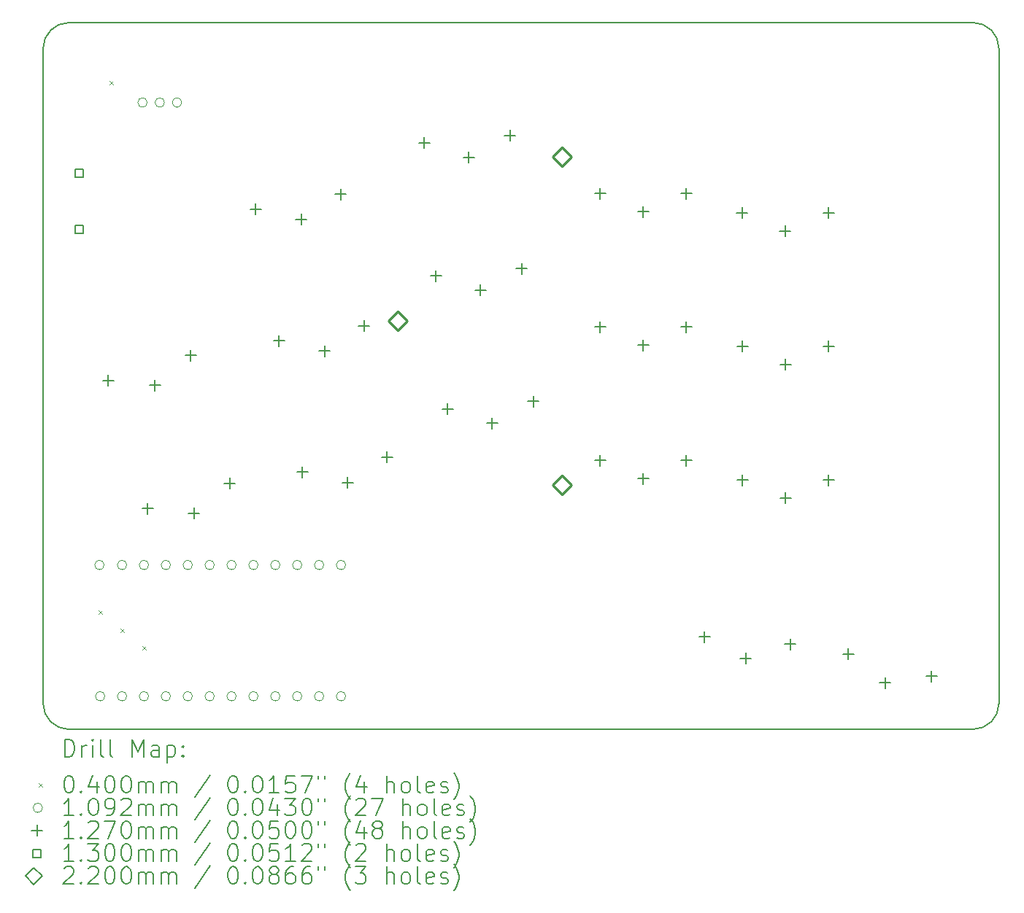
<source format=gbr>
%FSLAX45Y45*%
G04 Gerber Fmt 4.5, Leading zero omitted, Abs format (unit mm)*
G04 Created by KiCad (PCBNEW (6.0.4-0)) date 2022-06-15 11:13:43*
%MOMM*%
%LPD*%
G01*
G04 APERTURE LIST*
%TA.AperFunction,Profile*%
%ADD10C,0.150000*%
%TD*%
%ADD11C,0.200000*%
%ADD12C,0.040000*%
%ADD13C,0.109220*%
%ADD14C,0.127000*%
%ADD15C,0.130000*%
%ADD16C,0.220000*%
G04 APERTURE END LIST*
D10*
X19450634Y-5704187D02*
X29937965Y-5704187D01*
X30237973Y-6004187D02*
G75*
G03*
X29937965Y-5704187I-300003J-3D01*
G01*
X29937965Y-13909590D02*
X19450634Y-13909590D01*
X30237965Y-6004187D02*
X30237965Y-13609590D01*
X29937965Y-13909585D02*
G75*
G03*
X30237965Y-13609590I5J299995D01*
G01*
X19150640Y-13609590D02*
G75*
G03*
X19450634Y-13909590I299990J-10D01*
G01*
X19450634Y-5704184D02*
G75*
G03*
X19150634Y-6004187I6J-300006D01*
G01*
X19150634Y-13609590D02*
X19150634Y-6004187D01*
D11*
D12*
X19792000Y-12527600D02*
X19832000Y-12567600D01*
X19832000Y-12527600D02*
X19792000Y-12567600D01*
X19920906Y-6381347D02*
X19960906Y-6421347D01*
X19960906Y-6381347D02*
X19920906Y-6421347D01*
X20046000Y-12743500D02*
X20086000Y-12783500D01*
X20086000Y-12743500D02*
X20046000Y-12783500D01*
X20300000Y-12946700D02*
X20340000Y-12986700D01*
X20340000Y-12946700D02*
X20300000Y-12986700D01*
D13*
X19858235Y-12001500D02*
G75*
G03*
X19858235Y-12001500I-54610J0D01*
G01*
X19866610Y-13525500D02*
G75*
G03*
X19866610Y-13525500I-54610J0D01*
G01*
X20120610Y-12001500D02*
G75*
G03*
X20120610Y-12001500I-54610J0D01*
G01*
X20120610Y-13525500D02*
G75*
G03*
X20120610Y-13525500I-54610J0D01*
G01*
X20358145Y-6632412D02*
G75*
G03*
X20358145Y-6632412I-54610J0D01*
G01*
X20374610Y-12001500D02*
G75*
G03*
X20374610Y-12001500I-54610J0D01*
G01*
X20374610Y-13525500D02*
G75*
G03*
X20374610Y-13525500I-54610J0D01*
G01*
X20558145Y-6632412D02*
G75*
G03*
X20558145Y-6632412I-54610J0D01*
G01*
X20628610Y-12001500D02*
G75*
G03*
X20628610Y-12001500I-54610J0D01*
G01*
X20628610Y-13525500D02*
G75*
G03*
X20628610Y-13525500I-54610J0D01*
G01*
X20758145Y-6632412D02*
G75*
G03*
X20758145Y-6632412I-54610J0D01*
G01*
X20882610Y-12001500D02*
G75*
G03*
X20882610Y-12001500I-54610J0D01*
G01*
X20882610Y-13525500D02*
G75*
G03*
X20882610Y-13525500I-54610J0D01*
G01*
X21136610Y-12001500D02*
G75*
G03*
X21136610Y-12001500I-54610J0D01*
G01*
X21136610Y-13525500D02*
G75*
G03*
X21136610Y-13525500I-54610J0D01*
G01*
X21390610Y-12001500D02*
G75*
G03*
X21390610Y-12001500I-54610J0D01*
G01*
X21390610Y-13525500D02*
G75*
G03*
X21390610Y-13525500I-54610J0D01*
G01*
X21644610Y-12001500D02*
G75*
G03*
X21644610Y-12001500I-54610J0D01*
G01*
X21644610Y-13525500D02*
G75*
G03*
X21644610Y-13525500I-54610J0D01*
G01*
X21898610Y-12001500D02*
G75*
G03*
X21898610Y-12001500I-54610J0D01*
G01*
X21898610Y-13525500D02*
G75*
G03*
X21898610Y-13525500I-54610J0D01*
G01*
X22152610Y-12001500D02*
G75*
G03*
X22152610Y-12001500I-54610J0D01*
G01*
X22152610Y-13525500D02*
G75*
G03*
X22152610Y-13525500I-54610J0D01*
G01*
X22406610Y-12001500D02*
G75*
G03*
X22406610Y-12001500I-54610J0D01*
G01*
X22406610Y-13525500D02*
G75*
G03*
X22406610Y-13525500I-54610J0D01*
G01*
X22660610Y-12001500D02*
G75*
G03*
X22660610Y-12001500I-54610J0D01*
G01*
X22660610Y-13525500D02*
G75*
G03*
X22660610Y-13525500I-54610J0D01*
G01*
D14*
X19907392Y-9797797D02*
X19907392Y-9924797D01*
X19843892Y-9861297D02*
X19970892Y-9861297D01*
X20360568Y-11280069D02*
X20360568Y-11407069D01*
X20297068Y-11343569D02*
X20424068Y-11343569D01*
X20446942Y-9852435D02*
X20446942Y-9979435D01*
X20383442Y-9915935D02*
X20510442Y-9915935D01*
X20863697Y-9505425D02*
X20863697Y-9632425D01*
X20800197Y-9568925D02*
X20927197Y-9568925D01*
X20900119Y-11334707D02*
X20900119Y-11461707D01*
X20836619Y-11398207D02*
X20963619Y-11398207D01*
X21316873Y-10987697D02*
X21316873Y-11114697D01*
X21253373Y-11051197D02*
X21380373Y-11051197D01*
X21617360Y-7806660D02*
X21617360Y-7933660D01*
X21553860Y-7870160D02*
X21680860Y-7870160D01*
X21886515Y-9333112D02*
X21886515Y-9460112D01*
X21823015Y-9396612D02*
X21950015Y-9396612D01*
X22146230Y-7926646D02*
X22146230Y-8053646D01*
X22082730Y-7990146D02*
X22209730Y-7990146D01*
X22155670Y-10859564D02*
X22155670Y-10986564D01*
X22092170Y-10923064D02*
X22219170Y-10923064D01*
X22415385Y-9453098D02*
X22415385Y-9580098D01*
X22351885Y-9516598D02*
X22478885Y-9516598D01*
X22602168Y-7633012D02*
X22602168Y-7760012D01*
X22538668Y-7696512D02*
X22665668Y-7696512D01*
X22684540Y-10979550D02*
X22684540Y-11106550D01*
X22621040Y-11043050D02*
X22748040Y-11043050D01*
X22871323Y-9159464D02*
X22871323Y-9286464D01*
X22807823Y-9222964D02*
X22934823Y-9222964D01*
X23140477Y-10685916D02*
X23140477Y-10812916D01*
X23076977Y-10749416D02*
X23203977Y-10749416D01*
X23572245Y-7037834D02*
X23572245Y-7164834D01*
X23508745Y-7101334D02*
X23635745Y-7101334D01*
X23707336Y-8581936D02*
X23707336Y-8708936D01*
X23643836Y-8645436D02*
X23770836Y-8645436D01*
X23842428Y-10126038D02*
X23842428Y-10253038D01*
X23778928Y-10189538D02*
X23905928Y-10189538D01*
X24088645Y-7203457D02*
X24088645Y-7330457D01*
X24025145Y-7266957D02*
X24152145Y-7266957D01*
X24223737Y-8747559D02*
X24223737Y-8874559D01*
X24160237Y-8811059D02*
X24287237Y-8811059D01*
X24358828Y-10291661D02*
X24358828Y-10418661D01*
X24295328Y-10355161D02*
X24422328Y-10355161D01*
X24568440Y-6950679D02*
X24568440Y-7077679D01*
X24504940Y-7014179D02*
X24631940Y-7014179D01*
X24703531Y-8494781D02*
X24703531Y-8621781D01*
X24640031Y-8558281D02*
X24767031Y-8558281D01*
X24838623Y-10038882D02*
X24838623Y-10165882D01*
X24775123Y-10102382D02*
X24902123Y-10102382D01*
X25611200Y-7624700D02*
X25611200Y-7751700D01*
X25547700Y-7688200D02*
X25674700Y-7688200D01*
X25611200Y-9174700D02*
X25611200Y-9301700D01*
X25547700Y-9238200D02*
X25674700Y-9238200D01*
X25611200Y-10724700D02*
X25611200Y-10851700D01*
X25547700Y-10788200D02*
X25674700Y-10788200D01*
X26111200Y-7834700D02*
X26111200Y-7961700D01*
X26047700Y-7898200D02*
X26174700Y-7898200D01*
X26111200Y-9384700D02*
X26111200Y-9511700D01*
X26047700Y-9448200D02*
X26174700Y-9448200D01*
X26111200Y-10934700D02*
X26111200Y-11061700D01*
X26047700Y-10998200D02*
X26174700Y-10998200D01*
X26611200Y-7624700D02*
X26611200Y-7751700D01*
X26547700Y-7688200D02*
X26674700Y-7688200D01*
X26611200Y-9174700D02*
X26611200Y-9301700D01*
X26547700Y-9238200D02*
X26674700Y-9238200D01*
X26611200Y-10724700D02*
X26611200Y-10851700D01*
X26547700Y-10788200D02*
X26674700Y-10788200D01*
X26821881Y-12770482D02*
X26821881Y-12897482D01*
X26758381Y-12833982D02*
X26885381Y-12833982D01*
X27260200Y-7849574D02*
X27260200Y-7976574D01*
X27196700Y-7913074D02*
X27323700Y-7913074D01*
X27261200Y-9399700D02*
X27261200Y-9526700D01*
X27197700Y-9463200D02*
X27324700Y-9463200D01*
X27261200Y-10949700D02*
X27261200Y-11076700D01*
X27197700Y-11013200D02*
X27324700Y-11013200D01*
X27301676Y-13023261D02*
X27301676Y-13150261D01*
X27238176Y-13086761D02*
X27365176Y-13086761D01*
X27760200Y-8059574D02*
X27760200Y-8186574D01*
X27696700Y-8123074D02*
X27823700Y-8123074D01*
X27761200Y-9609700D02*
X27761200Y-9736700D01*
X27697700Y-9673200D02*
X27824700Y-9673200D01*
X27761200Y-11159700D02*
X27761200Y-11286700D01*
X27697700Y-11223200D02*
X27824700Y-11223200D01*
X27818076Y-12857638D02*
X27818076Y-12984638D01*
X27754576Y-12921138D02*
X27881576Y-12921138D01*
X28260200Y-7849574D02*
X28260200Y-7976574D01*
X28196700Y-7913074D02*
X28323700Y-7913074D01*
X28261200Y-9399700D02*
X28261200Y-9526700D01*
X28197700Y-9463200D02*
X28324700Y-9463200D01*
X28261200Y-10949700D02*
X28261200Y-11076700D01*
X28197700Y-11013200D02*
X28324700Y-11013200D01*
X28489178Y-12971059D02*
X28489178Y-13098059D01*
X28425678Y-13034559D02*
X28552678Y-13034559D01*
X28917789Y-13303313D02*
X28917789Y-13430313D01*
X28854289Y-13366813D02*
X28981289Y-13366813D01*
X29455104Y-13229878D02*
X29455104Y-13356878D01*
X29391604Y-13293378D02*
X29518604Y-13293378D01*
D15*
X19616662Y-7500862D02*
X19616662Y-7408938D01*
X19524738Y-7408938D01*
X19524738Y-7500862D01*
X19616662Y-7500862D01*
X19616662Y-8150862D02*
X19616662Y-8058938D01*
X19524738Y-8058938D01*
X19524738Y-8150862D01*
X19616662Y-8150862D01*
D16*
X23266400Y-9279400D02*
X23376400Y-9169400D01*
X23266400Y-9059400D01*
X23156400Y-9169400D01*
X23266400Y-9279400D01*
X25171400Y-7374400D02*
X25281400Y-7264400D01*
X25171400Y-7154400D01*
X25061400Y-7264400D01*
X25171400Y-7374400D01*
X25171400Y-11184400D02*
X25281400Y-11074400D01*
X25171400Y-10964400D01*
X25061400Y-11074400D01*
X25171400Y-11184400D01*
D11*
X19400753Y-14227566D02*
X19400753Y-14027566D01*
X19448372Y-14027566D01*
X19476944Y-14037090D01*
X19495991Y-14056137D01*
X19505515Y-14075185D01*
X19515039Y-14113280D01*
X19515039Y-14141852D01*
X19505515Y-14179947D01*
X19495991Y-14198995D01*
X19476944Y-14218042D01*
X19448372Y-14227566D01*
X19400753Y-14227566D01*
X19600753Y-14227566D02*
X19600753Y-14094233D01*
X19600753Y-14132328D02*
X19610277Y-14113280D01*
X19619801Y-14103756D01*
X19638849Y-14094233D01*
X19657896Y-14094233D01*
X19724563Y-14227566D02*
X19724563Y-14094233D01*
X19724563Y-14027566D02*
X19715039Y-14037090D01*
X19724563Y-14046614D01*
X19734087Y-14037090D01*
X19724563Y-14027566D01*
X19724563Y-14046614D01*
X19848372Y-14227566D02*
X19829325Y-14218042D01*
X19819801Y-14198995D01*
X19819801Y-14027566D01*
X19953134Y-14227566D02*
X19934087Y-14218042D01*
X19924563Y-14198995D01*
X19924563Y-14027566D01*
X20181706Y-14227566D02*
X20181706Y-14027566D01*
X20248372Y-14170423D01*
X20315039Y-14027566D01*
X20315039Y-14227566D01*
X20495991Y-14227566D02*
X20495991Y-14122804D01*
X20486468Y-14103756D01*
X20467420Y-14094233D01*
X20429325Y-14094233D01*
X20410277Y-14103756D01*
X20495991Y-14218042D02*
X20476944Y-14227566D01*
X20429325Y-14227566D01*
X20410277Y-14218042D01*
X20400753Y-14198995D01*
X20400753Y-14179947D01*
X20410277Y-14160899D01*
X20429325Y-14151376D01*
X20476944Y-14151376D01*
X20495991Y-14141852D01*
X20591230Y-14094233D02*
X20591230Y-14294233D01*
X20591230Y-14103756D02*
X20610277Y-14094233D01*
X20648372Y-14094233D01*
X20667420Y-14103756D01*
X20676944Y-14113280D01*
X20686468Y-14132328D01*
X20686468Y-14189471D01*
X20676944Y-14208518D01*
X20667420Y-14218042D01*
X20648372Y-14227566D01*
X20610277Y-14227566D01*
X20591230Y-14218042D01*
X20772182Y-14208518D02*
X20781706Y-14218042D01*
X20772182Y-14227566D01*
X20762658Y-14218042D01*
X20772182Y-14208518D01*
X20772182Y-14227566D01*
X20772182Y-14103756D02*
X20781706Y-14113280D01*
X20772182Y-14122804D01*
X20762658Y-14113280D01*
X20772182Y-14103756D01*
X20772182Y-14122804D01*
D12*
X19103134Y-14537090D02*
X19143134Y-14577090D01*
X19143134Y-14537090D02*
X19103134Y-14577090D01*
D11*
X19438849Y-14447566D02*
X19457896Y-14447566D01*
X19476944Y-14457090D01*
X19486468Y-14466614D01*
X19495991Y-14485661D01*
X19505515Y-14523756D01*
X19505515Y-14571376D01*
X19495991Y-14609471D01*
X19486468Y-14628518D01*
X19476944Y-14638042D01*
X19457896Y-14647566D01*
X19438849Y-14647566D01*
X19419801Y-14638042D01*
X19410277Y-14628518D01*
X19400753Y-14609471D01*
X19391230Y-14571376D01*
X19391230Y-14523756D01*
X19400753Y-14485661D01*
X19410277Y-14466614D01*
X19419801Y-14457090D01*
X19438849Y-14447566D01*
X19591230Y-14628518D02*
X19600753Y-14638042D01*
X19591230Y-14647566D01*
X19581706Y-14638042D01*
X19591230Y-14628518D01*
X19591230Y-14647566D01*
X19772182Y-14514233D02*
X19772182Y-14647566D01*
X19724563Y-14438042D02*
X19676944Y-14580899D01*
X19800753Y-14580899D01*
X19915039Y-14447566D02*
X19934087Y-14447566D01*
X19953134Y-14457090D01*
X19962658Y-14466614D01*
X19972182Y-14485661D01*
X19981706Y-14523756D01*
X19981706Y-14571376D01*
X19972182Y-14609471D01*
X19962658Y-14628518D01*
X19953134Y-14638042D01*
X19934087Y-14647566D01*
X19915039Y-14647566D01*
X19895991Y-14638042D01*
X19886468Y-14628518D01*
X19876944Y-14609471D01*
X19867420Y-14571376D01*
X19867420Y-14523756D01*
X19876944Y-14485661D01*
X19886468Y-14466614D01*
X19895991Y-14457090D01*
X19915039Y-14447566D01*
X20105515Y-14447566D02*
X20124563Y-14447566D01*
X20143610Y-14457090D01*
X20153134Y-14466614D01*
X20162658Y-14485661D01*
X20172182Y-14523756D01*
X20172182Y-14571376D01*
X20162658Y-14609471D01*
X20153134Y-14628518D01*
X20143610Y-14638042D01*
X20124563Y-14647566D01*
X20105515Y-14647566D01*
X20086468Y-14638042D01*
X20076944Y-14628518D01*
X20067420Y-14609471D01*
X20057896Y-14571376D01*
X20057896Y-14523756D01*
X20067420Y-14485661D01*
X20076944Y-14466614D01*
X20086468Y-14457090D01*
X20105515Y-14447566D01*
X20257896Y-14647566D02*
X20257896Y-14514233D01*
X20257896Y-14533280D02*
X20267420Y-14523756D01*
X20286468Y-14514233D01*
X20315039Y-14514233D01*
X20334087Y-14523756D01*
X20343610Y-14542804D01*
X20343610Y-14647566D01*
X20343610Y-14542804D02*
X20353134Y-14523756D01*
X20372182Y-14514233D01*
X20400753Y-14514233D01*
X20419801Y-14523756D01*
X20429325Y-14542804D01*
X20429325Y-14647566D01*
X20524563Y-14647566D02*
X20524563Y-14514233D01*
X20524563Y-14533280D02*
X20534087Y-14523756D01*
X20553134Y-14514233D01*
X20581706Y-14514233D01*
X20600753Y-14523756D01*
X20610277Y-14542804D01*
X20610277Y-14647566D01*
X20610277Y-14542804D02*
X20619801Y-14523756D01*
X20638849Y-14514233D01*
X20667420Y-14514233D01*
X20686468Y-14523756D01*
X20695991Y-14542804D01*
X20695991Y-14647566D01*
X21086468Y-14438042D02*
X20915039Y-14695185D01*
X21343610Y-14447566D02*
X21362658Y-14447566D01*
X21381706Y-14457090D01*
X21391230Y-14466614D01*
X21400753Y-14485661D01*
X21410277Y-14523756D01*
X21410277Y-14571376D01*
X21400753Y-14609471D01*
X21391230Y-14628518D01*
X21381706Y-14638042D01*
X21362658Y-14647566D01*
X21343610Y-14647566D01*
X21324563Y-14638042D01*
X21315039Y-14628518D01*
X21305515Y-14609471D01*
X21295991Y-14571376D01*
X21295991Y-14523756D01*
X21305515Y-14485661D01*
X21315039Y-14466614D01*
X21324563Y-14457090D01*
X21343610Y-14447566D01*
X21495991Y-14628518D02*
X21505515Y-14638042D01*
X21495991Y-14647566D01*
X21486468Y-14638042D01*
X21495991Y-14628518D01*
X21495991Y-14647566D01*
X21629325Y-14447566D02*
X21648372Y-14447566D01*
X21667420Y-14457090D01*
X21676944Y-14466614D01*
X21686468Y-14485661D01*
X21695991Y-14523756D01*
X21695991Y-14571376D01*
X21686468Y-14609471D01*
X21676944Y-14628518D01*
X21667420Y-14638042D01*
X21648372Y-14647566D01*
X21629325Y-14647566D01*
X21610277Y-14638042D01*
X21600753Y-14628518D01*
X21591230Y-14609471D01*
X21581706Y-14571376D01*
X21581706Y-14523756D01*
X21591230Y-14485661D01*
X21600753Y-14466614D01*
X21610277Y-14457090D01*
X21629325Y-14447566D01*
X21886468Y-14647566D02*
X21772182Y-14647566D01*
X21829325Y-14647566D02*
X21829325Y-14447566D01*
X21810277Y-14476137D01*
X21791230Y-14495185D01*
X21772182Y-14504709D01*
X22067420Y-14447566D02*
X21972182Y-14447566D01*
X21962658Y-14542804D01*
X21972182Y-14533280D01*
X21991230Y-14523756D01*
X22038849Y-14523756D01*
X22057896Y-14533280D01*
X22067420Y-14542804D01*
X22076944Y-14561852D01*
X22076944Y-14609471D01*
X22067420Y-14628518D01*
X22057896Y-14638042D01*
X22038849Y-14647566D01*
X21991230Y-14647566D01*
X21972182Y-14638042D01*
X21962658Y-14628518D01*
X22143610Y-14447566D02*
X22276944Y-14447566D01*
X22191230Y-14647566D01*
X22343610Y-14447566D02*
X22343610Y-14485661D01*
X22419801Y-14447566D02*
X22419801Y-14485661D01*
X22715039Y-14723756D02*
X22705515Y-14714233D01*
X22686468Y-14685661D01*
X22676944Y-14666614D01*
X22667420Y-14638042D01*
X22657896Y-14590423D01*
X22657896Y-14552328D01*
X22667420Y-14504709D01*
X22676944Y-14476137D01*
X22686468Y-14457090D01*
X22705515Y-14428518D01*
X22715039Y-14418995D01*
X22876944Y-14514233D02*
X22876944Y-14647566D01*
X22829325Y-14438042D02*
X22781706Y-14580899D01*
X22905515Y-14580899D01*
X23134087Y-14647566D02*
X23134087Y-14447566D01*
X23219801Y-14647566D02*
X23219801Y-14542804D01*
X23210277Y-14523756D01*
X23191229Y-14514233D01*
X23162658Y-14514233D01*
X23143610Y-14523756D01*
X23134087Y-14533280D01*
X23343610Y-14647566D02*
X23324563Y-14638042D01*
X23315039Y-14628518D01*
X23305515Y-14609471D01*
X23305515Y-14552328D01*
X23315039Y-14533280D01*
X23324563Y-14523756D01*
X23343610Y-14514233D01*
X23372182Y-14514233D01*
X23391229Y-14523756D01*
X23400753Y-14533280D01*
X23410277Y-14552328D01*
X23410277Y-14609471D01*
X23400753Y-14628518D01*
X23391229Y-14638042D01*
X23372182Y-14647566D01*
X23343610Y-14647566D01*
X23524563Y-14647566D02*
X23505515Y-14638042D01*
X23495991Y-14618995D01*
X23495991Y-14447566D01*
X23676944Y-14638042D02*
X23657896Y-14647566D01*
X23619801Y-14647566D01*
X23600753Y-14638042D01*
X23591229Y-14618995D01*
X23591229Y-14542804D01*
X23600753Y-14523756D01*
X23619801Y-14514233D01*
X23657896Y-14514233D01*
X23676944Y-14523756D01*
X23686468Y-14542804D01*
X23686468Y-14561852D01*
X23591229Y-14580899D01*
X23762658Y-14638042D02*
X23781706Y-14647566D01*
X23819801Y-14647566D01*
X23838848Y-14638042D01*
X23848372Y-14618995D01*
X23848372Y-14609471D01*
X23838848Y-14590423D01*
X23819801Y-14580899D01*
X23791229Y-14580899D01*
X23772182Y-14571376D01*
X23762658Y-14552328D01*
X23762658Y-14542804D01*
X23772182Y-14523756D01*
X23791229Y-14514233D01*
X23819801Y-14514233D01*
X23838848Y-14523756D01*
X23915039Y-14723756D02*
X23924563Y-14714233D01*
X23943610Y-14685661D01*
X23953134Y-14666614D01*
X23962658Y-14638042D01*
X23972182Y-14590423D01*
X23972182Y-14552328D01*
X23962658Y-14504709D01*
X23953134Y-14476137D01*
X23943610Y-14457090D01*
X23924563Y-14428518D01*
X23915039Y-14418995D01*
D13*
X19143134Y-14821090D02*
G75*
G03*
X19143134Y-14821090I-54610J0D01*
G01*
D11*
X19505515Y-14911566D02*
X19391230Y-14911566D01*
X19448372Y-14911566D02*
X19448372Y-14711566D01*
X19429325Y-14740137D01*
X19410277Y-14759185D01*
X19391230Y-14768709D01*
X19591230Y-14892518D02*
X19600753Y-14902042D01*
X19591230Y-14911566D01*
X19581706Y-14902042D01*
X19591230Y-14892518D01*
X19591230Y-14911566D01*
X19724563Y-14711566D02*
X19743610Y-14711566D01*
X19762658Y-14721090D01*
X19772182Y-14730614D01*
X19781706Y-14749661D01*
X19791230Y-14787756D01*
X19791230Y-14835376D01*
X19781706Y-14873471D01*
X19772182Y-14892518D01*
X19762658Y-14902042D01*
X19743610Y-14911566D01*
X19724563Y-14911566D01*
X19705515Y-14902042D01*
X19695991Y-14892518D01*
X19686468Y-14873471D01*
X19676944Y-14835376D01*
X19676944Y-14787756D01*
X19686468Y-14749661D01*
X19695991Y-14730614D01*
X19705515Y-14721090D01*
X19724563Y-14711566D01*
X19886468Y-14911566D02*
X19924563Y-14911566D01*
X19943610Y-14902042D01*
X19953134Y-14892518D01*
X19972182Y-14863947D01*
X19981706Y-14825852D01*
X19981706Y-14749661D01*
X19972182Y-14730614D01*
X19962658Y-14721090D01*
X19943610Y-14711566D01*
X19905515Y-14711566D01*
X19886468Y-14721090D01*
X19876944Y-14730614D01*
X19867420Y-14749661D01*
X19867420Y-14797280D01*
X19876944Y-14816328D01*
X19886468Y-14825852D01*
X19905515Y-14835376D01*
X19943610Y-14835376D01*
X19962658Y-14825852D01*
X19972182Y-14816328D01*
X19981706Y-14797280D01*
X20057896Y-14730614D02*
X20067420Y-14721090D01*
X20086468Y-14711566D01*
X20134087Y-14711566D01*
X20153134Y-14721090D01*
X20162658Y-14730614D01*
X20172182Y-14749661D01*
X20172182Y-14768709D01*
X20162658Y-14797280D01*
X20048372Y-14911566D01*
X20172182Y-14911566D01*
X20257896Y-14911566D02*
X20257896Y-14778233D01*
X20257896Y-14797280D02*
X20267420Y-14787756D01*
X20286468Y-14778233D01*
X20315039Y-14778233D01*
X20334087Y-14787756D01*
X20343610Y-14806804D01*
X20343610Y-14911566D01*
X20343610Y-14806804D02*
X20353134Y-14787756D01*
X20372182Y-14778233D01*
X20400753Y-14778233D01*
X20419801Y-14787756D01*
X20429325Y-14806804D01*
X20429325Y-14911566D01*
X20524563Y-14911566D02*
X20524563Y-14778233D01*
X20524563Y-14797280D02*
X20534087Y-14787756D01*
X20553134Y-14778233D01*
X20581706Y-14778233D01*
X20600753Y-14787756D01*
X20610277Y-14806804D01*
X20610277Y-14911566D01*
X20610277Y-14806804D02*
X20619801Y-14787756D01*
X20638849Y-14778233D01*
X20667420Y-14778233D01*
X20686468Y-14787756D01*
X20695991Y-14806804D01*
X20695991Y-14911566D01*
X21086468Y-14702042D02*
X20915039Y-14959185D01*
X21343610Y-14711566D02*
X21362658Y-14711566D01*
X21381706Y-14721090D01*
X21391230Y-14730614D01*
X21400753Y-14749661D01*
X21410277Y-14787756D01*
X21410277Y-14835376D01*
X21400753Y-14873471D01*
X21391230Y-14892518D01*
X21381706Y-14902042D01*
X21362658Y-14911566D01*
X21343610Y-14911566D01*
X21324563Y-14902042D01*
X21315039Y-14892518D01*
X21305515Y-14873471D01*
X21295991Y-14835376D01*
X21295991Y-14787756D01*
X21305515Y-14749661D01*
X21315039Y-14730614D01*
X21324563Y-14721090D01*
X21343610Y-14711566D01*
X21495991Y-14892518D02*
X21505515Y-14902042D01*
X21495991Y-14911566D01*
X21486468Y-14902042D01*
X21495991Y-14892518D01*
X21495991Y-14911566D01*
X21629325Y-14711566D02*
X21648372Y-14711566D01*
X21667420Y-14721090D01*
X21676944Y-14730614D01*
X21686468Y-14749661D01*
X21695991Y-14787756D01*
X21695991Y-14835376D01*
X21686468Y-14873471D01*
X21676944Y-14892518D01*
X21667420Y-14902042D01*
X21648372Y-14911566D01*
X21629325Y-14911566D01*
X21610277Y-14902042D01*
X21600753Y-14892518D01*
X21591230Y-14873471D01*
X21581706Y-14835376D01*
X21581706Y-14787756D01*
X21591230Y-14749661D01*
X21600753Y-14730614D01*
X21610277Y-14721090D01*
X21629325Y-14711566D01*
X21867420Y-14778233D02*
X21867420Y-14911566D01*
X21819801Y-14702042D02*
X21772182Y-14844899D01*
X21895991Y-14844899D01*
X21953134Y-14711566D02*
X22076944Y-14711566D01*
X22010277Y-14787756D01*
X22038849Y-14787756D01*
X22057896Y-14797280D01*
X22067420Y-14806804D01*
X22076944Y-14825852D01*
X22076944Y-14873471D01*
X22067420Y-14892518D01*
X22057896Y-14902042D01*
X22038849Y-14911566D01*
X21981706Y-14911566D01*
X21962658Y-14902042D01*
X21953134Y-14892518D01*
X22200753Y-14711566D02*
X22219801Y-14711566D01*
X22238849Y-14721090D01*
X22248372Y-14730614D01*
X22257896Y-14749661D01*
X22267420Y-14787756D01*
X22267420Y-14835376D01*
X22257896Y-14873471D01*
X22248372Y-14892518D01*
X22238849Y-14902042D01*
X22219801Y-14911566D01*
X22200753Y-14911566D01*
X22181706Y-14902042D01*
X22172182Y-14892518D01*
X22162658Y-14873471D01*
X22153134Y-14835376D01*
X22153134Y-14787756D01*
X22162658Y-14749661D01*
X22172182Y-14730614D01*
X22181706Y-14721090D01*
X22200753Y-14711566D01*
X22343610Y-14711566D02*
X22343610Y-14749661D01*
X22419801Y-14711566D02*
X22419801Y-14749661D01*
X22715039Y-14987756D02*
X22705515Y-14978233D01*
X22686468Y-14949661D01*
X22676944Y-14930614D01*
X22667420Y-14902042D01*
X22657896Y-14854423D01*
X22657896Y-14816328D01*
X22667420Y-14768709D01*
X22676944Y-14740137D01*
X22686468Y-14721090D01*
X22705515Y-14692518D01*
X22715039Y-14682995D01*
X22781706Y-14730614D02*
X22791229Y-14721090D01*
X22810277Y-14711566D01*
X22857896Y-14711566D01*
X22876944Y-14721090D01*
X22886468Y-14730614D01*
X22895991Y-14749661D01*
X22895991Y-14768709D01*
X22886468Y-14797280D01*
X22772182Y-14911566D01*
X22895991Y-14911566D01*
X22962658Y-14711566D02*
X23095991Y-14711566D01*
X23010277Y-14911566D01*
X23324563Y-14911566D02*
X23324563Y-14711566D01*
X23410277Y-14911566D02*
X23410277Y-14806804D01*
X23400753Y-14787756D01*
X23381706Y-14778233D01*
X23353134Y-14778233D01*
X23334087Y-14787756D01*
X23324563Y-14797280D01*
X23534087Y-14911566D02*
X23515039Y-14902042D01*
X23505515Y-14892518D01*
X23495991Y-14873471D01*
X23495991Y-14816328D01*
X23505515Y-14797280D01*
X23515039Y-14787756D01*
X23534087Y-14778233D01*
X23562658Y-14778233D01*
X23581706Y-14787756D01*
X23591229Y-14797280D01*
X23600753Y-14816328D01*
X23600753Y-14873471D01*
X23591229Y-14892518D01*
X23581706Y-14902042D01*
X23562658Y-14911566D01*
X23534087Y-14911566D01*
X23715039Y-14911566D02*
X23695991Y-14902042D01*
X23686468Y-14882995D01*
X23686468Y-14711566D01*
X23867420Y-14902042D02*
X23848372Y-14911566D01*
X23810277Y-14911566D01*
X23791229Y-14902042D01*
X23781706Y-14882995D01*
X23781706Y-14806804D01*
X23791229Y-14787756D01*
X23810277Y-14778233D01*
X23848372Y-14778233D01*
X23867420Y-14787756D01*
X23876944Y-14806804D01*
X23876944Y-14825852D01*
X23781706Y-14844899D01*
X23953134Y-14902042D02*
X23972182Y-14911566D01*
X24010277Y-14911566D01*
X24029325Y-14902042D01*
X24038848Y-14882995D01*
X24038848Y-14873471D01*
X24029325Y-14854423D01*
X24010277Y-14844899D01*
X23981706Y-14844899D01*
X23962658Y-14835376D01*
X23953134Y-14816328D01*
X23953134Y-14806804D01*
X23962658Y-14787756D01*
X23981706Y-14778233D01*
X24010277Y-14778233D01*
X24029325Y-14787756D01*
X24105515Y-14987756D02*
X24115039Y-14978233D01*
X24134087Y-14949661D01*
X24143610Y-14930614D01*
X24153134Y-14902042D01*
X24162658Y-14854423D01*
X24162658Y-14816328D01*
X24153134Y-14768709D01*
X24143610Y-14740137D01*
X24134087Y-14721090D01*
X24115039Y-14692518D01*
X24105515Y-14682995D01*
D14*
X19079634Y-15021590D02*
X19079634Y-15148590D01*
X19016134Y-15085090D02*
X19143134Y-15085090D01*
D11*
X19505515Y-15175566D02*
X19391230Y-15175566D01*
X19448372Y-15175566D02*
X19448372Y-14975566D01*
X19429325Y-15004137D01*
X19410277Y-15023185D01*
X19391230Y-15032709D01*
X19591230Y-15156518D02*
X19600753Y-15166042D01*
X19591230Y-15175566D01*
X19581706Y-15166042D01*
X19591230Y-15156518D01*
X19591230Y-15175566D01*
X19676944Y-14994614D02*
X19686468Y-14985090D01*
X19705515Y-14975566D01*
X19753134Y-14975566D01*
X19772182Y-14985090D01*
X19781706Y-14994614D01*
X19791230Y-15013661D01*
X19791230Y-15032709D01*
X19781706Y-15061280D01*
X19667420Y-15175566D01*
X19791230Y-15175566D01*
X19857896Y-14975566D02*
X19991230Y-14975566D01*
X19905515Y-15175566D01*
X20105515Y-14975566D02*
X20124563Y-14975566D01*
X20143610Y-14985090D01*
X20153134Y-14994614D01*
X20162658Y-15013661D01*
X20172182Y-15051756D01*
X20172182Y-15099376D01*
X20162658Y-15137471D01*
X20153134Y-15156518D01*
X20143610Y-15166042D01*
X20124563Y-15175566D01*
X20105515Y-15175566D01*
X20086468Y-15166042D01*
X20076944Y-15156518D01*
X20067420Y-15137471D01*
X20057896Y-15099376D01*
X20057896Y-15051756D01*
X20067420Y-15013661D01*
X20076944Y-14994614D01*
X20086468Y-14985090D01*
X20105515Y-14975566D01*
X20257896Y-15175566D02*
X20257896Y-15042233D01*
X20257896Y-15061280D02*
X20267420Y-15051756D01*
X20286468Y-15042233D01*
X20315039Y-15042233D01*
X20334087Y-15051756D01*
X20343610Y-15070804D01*
X20343610Y-15175566D01*
X20343610Y-15070804D02*
X20353134Y-15051756D01*
X20372182Y-15042233D01*
X20400753Y-15042233D01*
X20419801Y-15051756D01*
X20429325Y-15070804D01*
X20429325Y-15175566D01*
X20524563Y-15175566D02*
X20524563Y-15042233D01*
X20524563Y-15061280D02*
X20534087Y-15051756D01*
X20553134Y-15042233D01*
X20581706Y-15042233D01*
X20600753Y-15051756D01*
X20610277Y-15070804D01*
X20610277Y-15175566D01*
X20610277Y-15070804D02*
X20619801Y-15051756D01*
X20638849Y-15042233D01*
X20667420Y-15042233D01*
X20686468Y-15051756D01*
X20695991Y-15070804D01*
X20695991Y-15175566D01*
X21086468Y-14966042D02*
X20915039Y-15223185D01*
X21343610Y-14975566D02*
X21362658Y-14975566D01*
X21381706Y-14985090D01*
X21391230Y-14994614D01*
X21400753Y-15013661D01*
X21410277Y-15051756D01*
X21410277Y-15099376D01*
X21400753Y-15137471D01*
X21391230Y-15156518D01*
X21381706Y-15166042D01*
X21362658Y-15175566D01*
X21343610Y-15175566D01*
X21324563Y-15166042D01*
X21315039Y-15156518D01*
X21305515Y-15137471D01*
X21295991Y-15099376D01*
X21295991Y-15051756D01*
X21305515Y-15013661D01*
X21315039Y-14994614D01*
X21324563Y-14985090D01*
X21343610Y-14975566D01*
X21495991Y-15156518D02*
X21505515Y-15166042D01*
X21495991Y-15175566D01*
X21486468Y-15166042D01*
X21495991Y-15156518D01*
X21495991Y-15175566D01*
X21629325Y-14975566D02*
X21648372Y-14975566D01*
X21667420Y-14985090D01*
X21676944Y-14994614D01*
X21686468Y-15013661D01*
X21695991Y-15051756D01*
X21695991Y-15099376D01*
X21686468Y-15137471D01*
X21676944Y-15156518D01*
X21667420Y-15166042D01*
X21648372Y-15175566D01*
X21629325Y-15175566D01*
X21610277Y-15166042D01*
X21600753Y-15156518D01*
X21591230Y-15137471D01*
X21581706Y-15099376D01*
X21581706Y-15051756D01*
X21591230Y-15013661D01*
X21600753Y-14994614D01*
X21610277Y-14985090D01*
X21629325Y-14975566D01*
X21876944Y-14975566D02*
X21781706Y-14975566D01*
X21772182Y-15070804D01*
X21781706Y-15061280D01*
X21800753Y-15051756D01*
X21848372Y-15051756D01*
X21867420Y-15061280D01*
X21876944Y-15070804D01*
X21886468Y-15089852D01*
X21886468Y-15137471D01*
X21876944Y-15156518D01*
X21867420Y-15166042D01*
X21848372Y-15175566D01*
X21800753Y-15175566D01*
X21781706Y-15166042D01*
X21772182Y-15156518D01*
X22010277Y-14975566D02*
X22029325Y-14975566D01*
X22048372Y-14985090D01*
X22057896Y-14994614D01*
X22067420Y-15013661D01*
X22076944Y-15051756D01*
X22076944Y-15099376D01*
X22067420Y-15137471D01*
X22057896Y-15156518D01*
X22048372Y-15166042D01*
X22029325Y-15175566D01*
X22010277Y-15175566D01*
X21991230Y-15166042D01*
X21981706Y-15156518D01*
X21972182Y-15137471D01*
X21962658Y-15099376D01*
X21962658Y-15051756D01*
X21972182Y-15013661D01*
X21981706Y-14994614D01*
X21991230Y-14985090D01*
X22010277Y-14975566D01*
X22200753Y-14975566D02*
X22219801Y-14975566D01*
X22238849Y-14985090D01*
X22248372Y-14994614D01*
X22257896Y-15013661D01*
X22267420Y-15051756D01*
X22267420Y-15099376D01*
X22257896Y-15137471D01*
X22248372Y-15156518D01*
X22238849Y-15166042D01*
X22219801Y-15175566D01*
X22200753Y-15175566D01*
X22181706Y-15166042D01*
X22172182Y-15156518D01*
X22162658Y-15137471D01*
X22153134Y-15099376D01*
X22153134Y-15051756D01*
X22162658Y-15013661D01*
X22172182Y-14994614D01*
X22181706Y-14985090D01*
X22200753Y-14975566D01*
X22343610Y-14975566D02*
X22343610Y-15013661D01*
X22419801Y-14975566D02*
X22419801Y-15013661D01*
X22715039Y-15251756D02*
X22705515Y-15242233D01*
X22686468Y-15213661D01*
X22676944Y-15194614D01*
X22667420Y-15166042D01*
X22657896Y-15118423D01*
X22657896Y-15080328D01*
X22667420Y-15032709D01*
X22676944Y-15004137D01*
X22686468Y-14985090D01*
X22705515Y-14956518D01*
X22715039Y-14946995D01*
X22876944Y-15042233D02*
X22876944Y-15175566D01*
X22829325Y-14966042D02*
X22781706Y-15108899D01*
X22905515Y-15108899D01*
X23010277Y-15061280D02*
X22991229Y-15051756D01*
X22981706Y-15042233D01*
X22972182Y-15023185D01*
X22972182Y-15013661D01*
X22981706Y-14994614D01*
X22991229Y-14985090D01*
X23010277Y-14975566D01*
X23048372Y-14975566D01*
X23067420Y-14985090D01*
X23076944Y-14994614D01*
X23086468Y-15013661D01*
X23086468Y-15023185D01*
X23076944Y-15042233D01*
X23067420Y-15051756D01*
X23048372Y-15061280D01*
X23010277Y-15061280D01*
X22991229Y-15070804D01*
X22981706Y-15080328D01*
X22972182Y-15099376D01*
X22972182Y-15137471D01*
X22981706Y-15156518D01*
X22991229Y-15166042D01*
X23010277Y-15175566D01*
X23048372Y-15175566D01*
X23067420Y-15166042D01*
X23076944Y-15156518D01*
X23086468Y-15137471D01*
X23086468Y-15099376D01*
X23076944Y-15080328D01*
X23067420Y-15070804D01*
X23048372Y-15061280D01*
X23324563Y-15175566D02*
X23324563Y-14975566D01*
X23410277Y-15175566D02*
X23410277Y-15070804D01*
X23400753Y-15051756D01*
X23381706Y-15042233D01*
X23353134Y-15042233D01*
X23334087Y-15051756D01*
X23324563Y-15061280D01*
X23534087Y-15175566D02*
X23515039Y-15166042D01*
X23505515Y-15156518D01*
X23495991Y-15137471D01*
X23495991Y-15080328D01*
X23505515Y-15061280D01*
X23515039Y-15051756D01*
X23534087Y-15042233D01*
X23562658Y-15042233D01*
X23581706Y-15051756D01*
X23591229Y-15061280D01*
X23600753Y-15080328D01*
X23600753Y-15137471D01*
X23591229Y-15156518D01*
X23581706Y-15166042D01*
X23562658Y-15175566D01*
X23534087Y-15175566D01*
X23715039Y-15175566D02*
X23695991Y-15166042D01*
X23686468Y-15146995D01*
X23686468Y-14975566D01*
X23867420Y-15166042D02*
X23848372Y-15175566D01*
X23810277Y-15175566D01*
X23791229Y-15166042D01*
X23781706Y-15146995D01*
X23781706Y-15070804D01*
X23791229Y-15051756D01*
X23810277Y-15042233D01*
X23848372Y-15042233D01*
X23867420Y-15051756D01*
X23876944Y-15070804D01*
X23876944Y-15089852D01*
X23781706Y-15108899D01*
X23953134Y-15166042D02*
X23972182Y-15175566D01*
X24010277Y-15175566D01*
X24029325Y-15166042D01*
X24038848Y-15146995D01*
X24038848Y-15137471D01*
X24029325Y-15118423D01*
X24010277Y-15108899D01*
X23981706Y-15108899D01*
X23962658Y-15099376D01*
X23953134Y-15080328D01*
X23953134Y-15070804D01*
X23962658Y-15051756D01*
X23981706Y-15042233D01*
X24010277Y-15042233D01*
X24029325Y-15051756D01*
X24105515Y-15251756D02*
X24115039Y-15242233D01*
X24134087Y-15213661D01*
X24143610Y-15194614D01*
X24153134Y-15166042D01*
X24162658Y-15118423D01*
X24162658Y-15080328D01*
X24153134Y-15032709D01*
X24143610Y-15004137D01*
X24134087Y-14985090D01*
X24115039Y-14956518D01*
X24105515Y-14946995D01*
D15*
X19124097Y-15395052D02*
X19124097Y-15303127D01*
X19032172Y-15303127D01*
X19032172Y-15395052D01*
X19124097Y-15395052D01*
D11*
X19505515Y-15439566D02*
X19391230Y-15439566D01*
X19448372Y-15439566D02*
X19448372Y-15239566D01*
X19429325Y-15268137D01*
X19410277Y-15287185D01*
X19391230Y-15296709D01*
X19591230Y-15420518D02*
X19600753Y-15430042D01*
X19591230Y-15439566D01*
X19581706Y-15430042D01*
X19591230Y-15420518D01*
X19591230Y-15439566D01*
X19667420Y-15239566D02*
X19791230Y-15239566D01*
X19724563Y-15315756D01*
X19753134Y-15315756D01*
X19772182Y-15325280D01*
X19781706Y-15334804D01*
X19791230Y-15353852D01*
X19791230Y-15401471D01*
X19781706Y-15420518D01*
X19772182Y-15430042D01*
X19753134Y-15439566D01*
X19695991Y-15439566D01*
X19676944Y-15430042D01*
X19667420Y-15420518D01*
X19915039Y-15239566D02*
X19934087Y-15239566D01*
X19953134Y-15249090D01*
X19962658Y-15258614D01*
X19972182Y-15277661D01*
X19981706Y-15315756D01*
X19981706Y-15363376D01*
X19972182Y-15401471D01*
X19962658Y-15420518D01*
X19953134Y-15430042D01*
X19934087Y-15439566D01*
X19915039Y-15439566D01*
X19895991Y-15430042D01*
X19886468Y-15420518D01*
X19876944Y-15401471D01*
X19867420Y-15363376D01*
X19867420Y-15315756D01*
X19876944Y-15277661D01*
X19886468Y-15258614D01*
X19895991Y-15249090D01*
X19915039Y-15239566D01*
X20105515Y-15239566D02*
X20124563Y-15239566D01*
X20143610Y-15249090D01*
X20153134Y-15258614D01*
X20162658Y-15277661D01*
X20172182Y-15315756D01*
X20172182Y-15363376D01*
X20162658Y-15401471D01*
X20153134Y-15420518D01*
X20143610Y-15430042D01*
X20124563Y-15439566D01*
X20105515Y-15439566D01*
X20086468Y-15430042D01*
X20076944Y-15420518D01*
X20067420Y-15401471D01*
X20057896Y-15363376D01*
X20057896Y-15315756D01*
X20067420Y-15277661D01*
X20076944Y-15258614D01*
X20086468Y-15249090D01*
X20105515Y-15239566D01*
X20257896Y-15439566D02*
X20257896Y-15306233D01*
X20257896Y-15325280D02*
X20267420Y-15315756D01*
X20286468Y-15306233D01*
X20315039Y-15306233D01*
X20334087Y-15315756D01*
X20343610Y-15334804D01*
X20343610Y-15439566D01*
X20343610Y-15334804D02*
X20353134Y-15315756D01*
X20372182Y-15306233D01*
X20400753Y-15306233D01*
X20419801Y-15315756D01*
X20429325Y-15334804D01*
X20429325Y-15439566D01*
X20524563Y-15439566D02*
X20524563Y-15306233D01*
X20524563Y-15325280D02*
X20534087Y-15315756D01*
X20553134Y-15306233D01*
X20581706Y-15306233D01*
X20600753Y-15315756D01*
X20610277Y-15334804D01*
X20610277Y-15439566D01*
X20610277Y-15334804D02*
X20619801Y-15315756D01*
X20638849Y-15306233D01*
X20667420Y-15306233D01*
X20686468Y-15315756D01*
X20695991Y-15334804D01*
X20695991Y-15439566D01*
X21086468Y-15230042D02*
X20915039Y-15487185D01*
X21343610Y-15239566D02*
X21362658Y-15239566D01*
X21381706Y-15249090D01*
X21391230Y-15258614D01*
X21400753Y-15277661D01*
X21410277Y-15315756D01*
X21410277Y-15363376D01*
X21400753Y-15401471D01*
X21391230Y-15420518D01*
X21381706Y-15430042D01*
X21362658Y-15439566D01*
X21343610Y-15439566D01*
X21324563Y-15430042D01*
X21315039Y-15420518D01*
X21305515Y-15401471D01*
X21295991Y-15363376D01*
X21295991Y-15315756D01*
X21305515Y-15277661D01*
X21315039Y-15258614D01*
X21324563Y-15249090D01*
X21343610Y-15239566D01*
X21495991Y-15420518D02*
X21505515Y-15430042D01*
X21495991Y-15439566D01*
X21486468Y-15430042D01*
X21495991Y-15420518D01*
X21495991Y-15439566D01*
X21629325Y-15239566D02*
X21648372Y-15239566D01*
X21667420Y-15249090D01*
X21676944Y-15258614D01*
X21686468Y-15277661D01*
X21695991Y-15315756D01*
X21695991Y-15363376D01*
X21686468Y-15401471D01*
X21676944Y-15420518D01*
X21667420Y-15430042D01*
X21648372Y-15439566D01*
X21629325Y-15439566D01*
X21610277Y-15430042D01*
X21600753Y-15420518D01*
X21591230Y-15401471D01*
X21581706Y-15363376D01*
X21581706Y-15315756D01*
X21591230Y-15277661D01*
X21600753Y-15258614D01*
X21610277Y-15249090D01*
X21629325Y-15239566D01*
X21876944Y-15239566D02*
X21781706Y-15239566D01*
X21772182Y-15334804D01*
X21781706Y-15325280D01*
X21800753Y-15315756D01*
X21848372Y-15315756D01*
X21867420Y-15325280D01*
X21876944Y-15334804D01*
X21886468Y-15353852D01*
X21886468Y-15401471D01*
X21876944Y-15420518D01*
X21867420Y-15430042D01*
X21848372Y-15439566D01*
X21800753Y-15439566D01*
X21781706Y-15430042D01*
X21772182Y-15420518D01*
X22076944Y-15439566D02*
X21962658Y-15439566D01*
X22019801Y-15439566D02*
X22019801Y-15239566D01*
X22000753Y-15268137D01*
X21981706Y-15287185D01*
X21962658Y-15296709D01*
X22153134Y-15258614D02*
X22162658Y-15249090D01*
X22181706Y-15239566D01*
X22229325Y-15239566D01*
X22248372Y-15249090D01*
X22257896Y-15258614D01*
X22267420Y-15277661D01*
X22267420Y-15296709D01*
X22257896Y-15325280D01*
X22143610Y-15439566D01*
X22267420Y-15439566D01*
X22343610Y-15239566D02*
X22343610Y-15277661D01*
X22419801Y-15239566D02*
X22419801Y-15277661D01*
X22715039Y-15515756D02*
X22705515Y-15506233D01*
X22686468Y-15477661D01*
X22676944Y-15458614D01*
X22667420Y-15430042D01*
X22657896Y-15382423D01*
X22657896Y-15344328D01*
X22667420Y-15296709D01*
X22676944Y-15268137D01*
X22686468Y-15249090D01*
X22705515Y-15220518D01*
X22715039Y-15210995D01*
X22781706Y-15258614D02*
X22791229Y-15249090D01*
X22810277Y-15239566D01*
X22857896Y-15239566D01*
X22876944Y-15249090D01*
X22886468Y-15258614D01*
X22895991Y-15277661D01*
X22895991Y-15296709D01*
X22886468Y-15325280D01*
X22772182Y-15439566D01*
X22895991Y-15439566D01*
X23134087Y-15439566D02*
X23134087Y-15239566D01*
X23219801Y-15439566D02*
X23219801Y-15334804D01*
X23210277Y-15315756D01*
X23191229Y-15306233D01*
X23162658Y-15306233D01*
X23143610Y-15315756D01*
X23134087Y-15325280D01*
X23343610Y-15439566D02*
X23324563Y-15430042D01*
X23315039Y-15420518D01*
X23305515Y-15401471D01*
X23305515Y-15344328D01*
X23315039Y-15325280D01*
X23324563Y-15315756D01*
X23343610Y-15306233D01*
X23372182Y-15306233D01*
X23391229Y-15315756D01*
X23400753Y-15325280D01*
X23410277Y-15344328D01*
X23410277Y-15401471D01*
X23400753Y-15420518D01*
X23391229Y-15430042D01*
X23372182Y-15439566D01*
X23343610Y-15439566D01*
X23524563Y-15439566D02*
X23505515Y-15430042D01*
X23495991Y-15410995D01*
X23495991Y-15239566D01*
X23676944Y-15430042D02*
X23657896Y-15439566D01*
X23619801Y-15439566D01*
X23600753Y-15430042D01*
X23591229Y-15410995D01*
X23591229Y-15334804D01*
X23600753Y-15315756D01*
X23619801Y-15306233D01*
X23657896Y-15306233D01*
X23676944Y-15315756D01*
X23686468Y-15334804D01*
X23686468Y-15353852D01*
X23591229Y-15372899D01*
X23762658Y-15430042D02*
X23781706Y-15439566D01*
X23819801Y-15439566D01*
X23838848Y-15430042D01*
X23848372Y-15410995D01*
X23848372Y-15401471D01*
X23838848Y-15382423D01*
X23819801Y-15372899D01*
X23791229Y-15372899D01*
X23772182Y-15363376D01*
X23762658Y-15344328D01*
X23762658Y-15334804D01*
X23772182Y-15315756D01*
X23791229Y-15306233D01*
X23819801Y-15306233D01*
X23838848Y-15315756D01*
X23915039Y-15515756D02*
X23924563Y-15506233D01*
X23943610Y-15477661D01*
X23953134Y-15458614D01*
X23962658Y-15430042D01*
X23972182Y-15382423D01*
X23972182Y-15344328D01*
X23962658Y-15296709D01*
X23953134Y-15268137D01*
X23943610Y-15249090D01*
X23924563Y-15220518D01*
X23915039Y-15210995D01*
X19043134Y-15713090D02*
X19143134Y-15613090D01*
X19043134Y-15513090D01*
X18943134Y-15613090D01*
X19043134Y-15713090D01*
X19391230Y-15522614D02*
X19400753Y-15513090D01*
X19419801Y-15503566D01*
X19467420Y-15503566D01*
X19486468Y-15513090D01*
X19495991Y-15522614D01*
X19505515Y-15541661D01*
X19505515Y-15560709D01*
X19495991Y-15589280D01*
X19381706Y-15703566D01*
X19505515Y-15703566D01*
X19591230Y-15684518D02*
X19600753Y-15694042D01*
X19591230Y-15703566D01*
X19581706Y-15694042D01*
X19591230Y-15684518D01*
X19591230Y-15703566D01*
X19676944Y-15522614D02*
X19686468Y-15513090D01*
X19705515Y-15503566D01*
X19753134Y-15503566D01*
X19772182Y-15513090D01*
X19781706Y-15522614D01*
X19791230Y-15541661D01*
X19791230Y-15560709D01*
X19781706Y-15589280D01*
X19667420Y-15703566D01*
X19791230Y-15703566D01*
X19915039Y-15503566D02*
X19934087Y-15503566D01*
X19953134Y-15513090D01*
X19962658Y-15522614D01*
X19972182Y-15541661D01*
X19981706Y-15579756D01*
X19981706Y-15627376D01*
X19972182Y-15665471D01*
X19962658Y-15684518D01*
X19953134Y-15694042D01*
X19934087Y-15703566D01*
X19915039Y-15703566D01*
X19895991Y-15694042D01*
X19886468Y-15684518D01*
X19876944Y-15665471D01*
X19867420Y-15627376D01*
X19867420Y-15579756D01*
X19876944Y-15541661D01*
X19886468Y-15522614D01*
X19895991Y-15513090D01*
X19915039Y-15503566D01*
X20105515Y-15503566D02*
X20124563Y-15503566D01*
X20143610Y-15513090D01*
X20153134Y-15522614D01*
X20162658Y-15541661D01*
X20172182Y-15579756D01*
X20172182Y-15627376D01*
X20162658Y-15665471D01*
X20153134Y-15684518D01*
X20143610Y-15694042D01*
X20124563Y-15703566D01*
X20105515Y-15703566D01*
X20086468Y-15694042D01*
X20076944Y-15684518D01*
X20067420Y-15665471D01*
X20057896Y-15627376D01*
X20057896Y-15579756D01*
X20067420Y-15541661D01*
X20076944Y-15522614D01*
X20086468Y-15513090D01*
X20105515Y-15503566D01*
X20257896Y-15703566D02*
X20257896Y-15570233D01*
X20257896Y-15589280D02*
X20267420Y-15579756D01*
X20286468Y-15570233D01*
X20315039Y-15570233D01*
X20334087Y-15579756D01*
X20343610Y-15598804D01*
X20343610Y-15703566D01*
X20343610Y-15598804D02*
X20353134Y-15579756D01*
X20372182Y-15570233D01*
X20400753Y-15570233D01*
X20419801Y-15579756D01*
X20429325Y-15598804D01*
X20429325Y-15703566D01*
X20524563Y-15703566D02*
X20524563Y-15570233D01*
X20524563Y-15589280D02*
X20534087Y-15579756D01*
X20553134Y-15570233D01*
X20581706Y-15570233D01*
X20600753Y-15579756D01*
X20610277Y-15598804D01*
X20610277Y-15703566D01*
X20610277Y-15598804D02*
X20619801Y-15579756D01*
X20638849Y-15570233D01*
X20667420Y-15570233D01*
X20686468Y-15579756D01*
X20695991Y-15598804D01*
X20695991Y-15703566D01*
X21086468Y-15494042D02*
X20915039Y-15751185D01*
X21343610Y-15503566D02*
X21362658Y-15503566D01*
X21381706Y-15513090D01*
X21391230Y-15522614D01*
X21400753Y-15541661D01*
X21410277Y-15579756D01*
X21410277Y-15627376D01*
X21400753Y-15665471D01*
X21391230Y-15684518D01*
X21381706Y-15694042D01*
X21362658Y-15703566D01*
X21343610Y-15703566D01*
X21324563Y-15694042D01*
X21315039Y-15684518D01*
X21305515Y-15665471D01*
X21295991Y-15627376D01*
X21295991Y-15579756D01*
X21305515Y-15541661D01*
X21315039Y-15522614D01*
X21324563Y-15513090D01*
X21343610Y-15503566D01*
X21495991Y-15684518D02*
X21505515Y-15694042D01*
X21495991Y-15703566D01*
X21486468Y-15694042D01*
X21495991Y-15684518D01*
X21495991Y-15703566D01*
X21629325Y-15503566D02*
X21648372Y-15503566D01*
X21667420Y-15513090D01*
X21676944Y-15522614D01*
X21686468Y-15541661D01*
X21695991Y-15579756D01*
X21695991Y-15627376D01*
X21686468Y-15665471D01*
X21676944Y-15684518D01*
X21667420Y-15694042D01*
X21648372Y-15703566D01*
X21629325Y-15703566D01*
X21610277Y-15694042D01*
X21600753Y-15684518D01*
X21591230Y-15665471D01*
X21581706Y-15627376D01*
X21581706Y-15579756D01*
X21591230Y-15541661D01*
X21600753Y-15522614D01*
X21610277Y-15513090D01*
X21629325Y-15503566D01*
X21810277Y-15589280D02*
X21791230Y-15579756D01*
X21781706Y-15570233D01*
X21772182Y-15551185D01*
X21772182Y-15541661D01*
X21781706Y-15522614D01*
X21791230Y-15513090D01*
X21810277Y-15503566D01*
X21848372Y-15503566D01*
X21867420Y-15513090D01*
X21876944Y-15522614D01*
X21886468Y-15541661D01*
X21886468Y-15551185D01*
X21876944Y-15570233D01*
X21867420Y-15579756D01*
X21848372Y-15589280D01*
X21810277Y-15589280D01*
X21791230Y-15598804D01*
X21781706Y-15608328D01*
X21772182Y-15627376D01*
X21772182Y-15665471D01*
X21781706Y-15684518D01*
X21791230Y-15694042D01*
X21810277Y-15703566D01*
X21848372Y-15703566D01*
X21867420Y-15694042D01*
X21876944Y-15684518D01*
X21886468Y-15665471D01*
X21886468Y-15627376D01*
X21876944Y-15608328D01*
X21867420Y-15598804D01*
X21848372Y-15589280D01*
X22057896Y-15503566D02*
X22019801Y-15503566D01*
X22000753Y-15513090D01*
X21991230Y-15522614D01*
X21972182Y-15551185D01*
X21962658Y-15589280D01*
X21962658Y-15665471D01*
X21972182Y-15684518D01*
X21981706Y-15694042D01*
X22000753Y-15703566D01*
X22038849Y-15703566D01*
X22057896Y-15694042D01*
X22067420Y-15684518D01*
X22076944Y-15665471D01*
X22076944Y-15617852D01*
X22067420Y-15598804D01*
X22057896Y-15589280D01*
X22038849Y-15579756D01*
X22000753Y-15579756D01*
X21981706Y-15589280D01*
X21972182Y-15598804D01*
X21962658Y-15617852D01*
X22248372Y-15503566D02*
X22210277Y-15503566D01*
X22191230Y-15513090D01*
X22181706Y-15522614D01*
X22162658Y-15551185D01*
X22153134Y-15589280D01*
X22153134Y-15665471D01*
X22162658Y-15684518D01*
X22172182Y-15694042D01*
X22191230Y-15703566D01*
X22229325Y-15703566D01*
X22248372Y-15694042D01*
X22257896Y-15684518D01*
X22267420Y-15665471D01*
X22267420Y-15617852D01*
X22257896Y-15598804D01*
X22248372Y-15589280D01*
X22229325Y-15579756D01*
X22191230Y-15579756D01*
X22172182Y-15589280D01*
X22162658Y-15598804D01*
X22153134Y-15617852D01*
X22343610Y-15503566D02*
X22343610Y-15541661D01*
X22419801Y-15503566D02*
X22419801Y-15541661D01*
X22715039Y-15779756D02*
X22705515Y-15770233D01*
X22686468Y-15741661D01*
X22676944Y-15722614D01*
X22667420Y-15694042D01*
X22657896Y-15646423D01*
X22657896Y-15608328D01*
X22667420Y-15560709D01*
X22676944Y-15532137D01*
X22686468Y-15513090D01*
X22705515Y-15484518D01*
X22715039Y-15474995D01*
X22772182Y-15503566D02*
X22895991Y-15503566D01*
X22829325Y-15579756D01*
X22857896Y-15579756D01*
X22876944Y-15589280D01*
X22886468Y-15598804D01*
X22895991Y-15617852D01*
X22895991Y-15665471D01*
X22886468Y-15684518D01*
X22876944Y-15694042D01*
X22857896Y-15703566D01*
X22800753Y-15703566D01*
X22781706Y-15694042D01*
X22772182Y-15684518D01*
X23134087Y-15703566D02*
X23134087Y-15503566D01*
X23219801Y-15703566D02*
X23219801Y-15598804D01*
X23210277Y-15579756D01*
X23191229Y-15570233D01*
X23162658Y-15570233D01*
X23143610Y-15579756D01*
X23134087Y-15589280D01*
X23343610Y-15703566D02*
X23324563Y-15694042D01*
X23315039Y-15684518D01*
X23305515Y-15665471D01*
X23305515Y-15608328D01*
X23315039Y-15589280D01*
X23324563Y-15579756D01*
X23343610Y-15570233D01*
X23372182Y-15570233D01*
X23391229Y-15579756D01*
X23400753Y-15589280D01*
X23410277Y-15608328D01*
X23410277Y-15665471D01*
X23400753Y-15684518D01*
X23391229Y-15694042D01*
X23372182Y-15703566D01*
X23343610Y-15703566D01*
X23524563Y-15703566D02*
X23505515Y-15694042D01*
X23495991Y-15674995D01*
X23495991Y-15503566D01*
X23676944Y-15694042D02*
X23657896Y-15703566D01*
X23619801Y-15703566D01*
X23600753Y-15694042D01*
X23591229Y-15674995D01*
X23591229Y-15598804D01*
X23600753Y-15579756D01*
X23619801Y-15570233D01*
X23657896Y-15570233D01*
X23676944Y-15579756D01*
X23686468Y-15598804D01*
X23686468Y-15617852D01*
X23591229Y-15636899D01*
X23762658Y-15694042D02*
X23781706Y-15703566D01*
X23819801Y-15703566D01*
X23838848Y-15694042D01*
X23848372Y-15674995D01*
X23848372Y-15665471D01*
X23838848Y-15646423D01*
X23819801Y-15636899D01*
X23791229Y-15636899D01*
X23772182Y-15627376D01*
X23762658Y-15608328D01*
X23762658Y-15598804D01*
X23772182Y-15579756D01*
X23791229Y-15570233D01*
X23819801Y-15570233D01*
X23838848Y-15579756D01*
X23915039Y-15779756D02*
X23924563Y-15770233D01*
X23943610Y-15741661D01*
X23953134Y-15722614D01*
X23962658Y-15694042D01*
X23972182Y-15646423D01*
X23972182Y-15608328D01*
X23962658Y-15560709D01*
X23953134Y-15532137D01*
X23943610Y-15513090D01*
X23924563Y-15484518D01*
X23915039Y-15474995D01*
M02*

</source>
